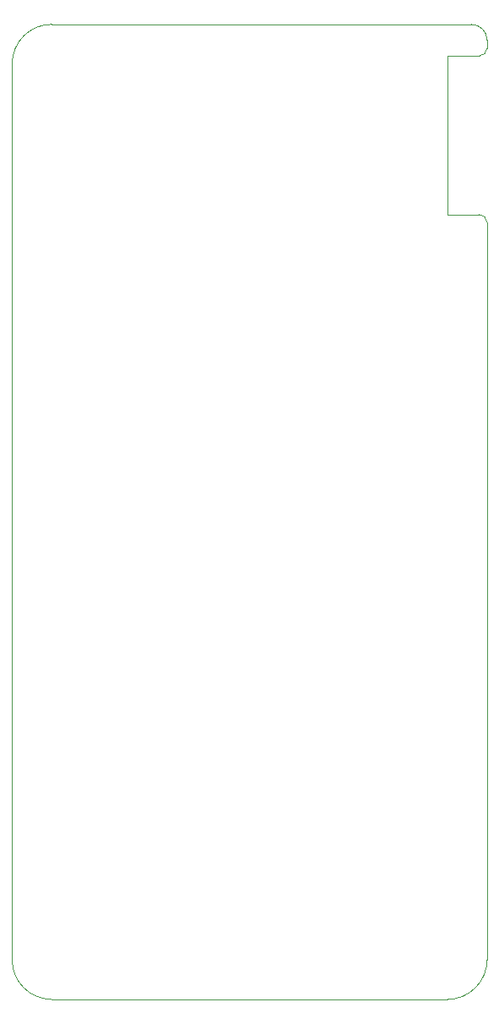
<source format=gbr>
%TF.GenerationSoftware,KiCad,Pcbnew,(5.1.9)-1*%
%TF.CreationDate,2021-06-02T16:01:08+02:00*%
%TF.ProjectId,LATE-9,4c415445-2d39-42e6-9b69-6361645f7063,rev?*%
%TF.SameCoordinates,Original*%
%TF.FileFunction,Profile,NP*%
%FSLAX46Y46*%
G04 Gerber Fmt 4.6, Leading zero omitted, Abs format (unit mm)*
G04 Created by KiCad (PCBNEW (5.1.9)-1) date 2021-06-02 16:01:08*
%MOMM*%
%LPD*%
G01*
G04 APERTURE LIST*
%TA.AperFunction,Profile*%
%ADD10C,0.050000*%
%TD*%
G04 APERTURE END LIST*
D10*
X73818750Y-44450000D02*
X73818750Y-45243750D01*
X72231250Y-42862500D02*
G75*
G02*
X73818750Y-44450000I0J-1587500D01*
G01*
X73818750Y-62706250D02*
X73818750Y-136525000D01*
X73818750Y-136525000D02*
G75*
G02*
X69850000Y-140493750I-3968750J0D01*
G01*
X73025000Y-61912500D02*
G75*
G02*
X73818750Y-62706250I0J-793750D01*
G01*
X73818750Y-45243750D02*
G75*
G02*
X73025000Y-46037500I-793750J0D01*
G01*
X26193750Y-46831250D02*
G75*
G02*
X30162500Y-42862500I3968750J0D01*
G01*
X30162500Y-140493750D02*
G75*
G02*
X26193750Y-136525000I0J3968750D01*
G01*
X73818750Y-45243750D02*
X73818750Y-45243750D01*
X69850000Y-61912500D02*
X73025000Y-61912500D01*
X69850000Y-46037500D02*
X69850000Y-61912500D01*
X73025000Y-46037500D02*
X69850000Y-46037500D01*
X30162500Y-42862500D02*
X72231250Y-42862500D01*
X26193750Y-136525000D02*
X26193750Y-46831250D01*
X69850000Y-140493750D02*
X30162500Y-140493750D01*
M02*

</source>
